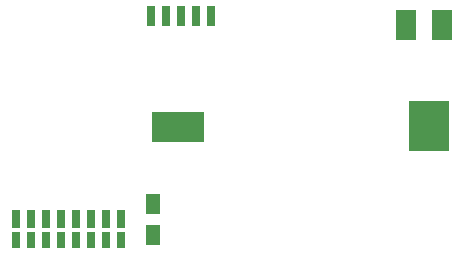
<source format=gbp>
G04 Layer: BottomPasteMaskLayer*
G04 EasyEDA v5.9.34, Sun, 20 Jan 2019 06:30:26 GMT*
G04 4d0cf0336fcf4326954002bdc8c8e70b*
G04 Gerber Generator version 0.2*
G04 Scale: 100 percent, Rotated: No, Reflected: No *
G04 Dimensions in millimeters *
G04 leading zeros omitted , absolute positions ,3 integer and 3 decimal *
%FSLAX33Y33*%
%MOMM*%
G90*
G71D02*

%ADD30R,1.249934X1.800098*%
%ADD40R,4.499991X2.499995*%
%ADD41R,3.499993X4.199992*%
%ADD42R,0.799998X1.659992*%
%ADD43R,0.762000X1.499997*%
%ADD44R,0.762000X1.450010*%
%ADD45R,1.799996X2.599995*%

%LPD*%
G54D40*
G01X15544Y10322D03*
G54D41*
G01X36753Y10373D03*
G54D42*
G01X18288Y19740D03*
G01X17018Y19740D03*
G01X15748Y19740D03*
G01X14478Y19740D03*
G01X13208Y19740D03*
G54D43*
G01X10668Y2487D03*
G01X9398Y2487D03*
G01X8128Y2487D03*
G01X6858Y2487D03*
G01X5588Y2487D03*
G01X4318Y2487D03*
G01X3048Y2487D03*
G01X1778Y2487D03*
G54D44*
G01X1778Y709D03*
G01X3048Y709D03*
G01X4318Y709D03*
G01X5588Y709D03*
G01X6858Y709D03*
G01X8128Y709D03*
G01X9398Y709D03*
G01X10668Y709D03*
G54D45*
G01X37846Y18923D03*
G01X34843Y18923D03*
G54D30*
G01X13388Y3751D03*
G01X13388Y1151D03*
M00*
M02*

</source>
